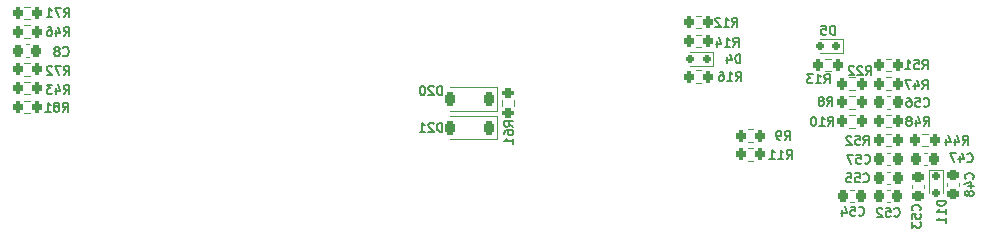
<source format=gbo>
G04 #@! TF.GenerationSoftware,KiCad,Pcbnew,7.0.8*
G04 #@! TF.CreationDate,2023-11-12T21:10:40-08:00*
G04 #@! TF.ProjectId,bms,626d732e-6b69-4636-9164-5f7063625858,V1*
G04 #@! TF.SameCoordinates,Original*
G04 #@! TF.FileFunction,Legend,Bot*
G04 #@! TF.FilePolarity,Positive*
%FSLAX46Y46*%
G04 Gerber Fmt 4.6, Leading zero omitted, Abs format (unit mm)*
G04 Created by KiCad (PCBNEW 7.0.8) date 2023-11-12 21:10:40*
%MOMM*%
%LPD*%
G01*
G04 APERTURE LIST*
G04 Aperture macros list*
%AMRoundRect*
0 Rectangle with rounded corners*
0 $1 Rounding radius*
0 $2 $3 $4 $5 $6 $7 $8 $9 X,Y pos of 4 corners*
0 Add a 4 corners polygon primitive as box body*
4,1,4,$2,$3,$4,$5,$6,$7,$8,$9,$2,$3,0*
0 Add four circle primitives for the rounded corners*
1,1,$1+$1,$2,$3*
1,1,$1+$1,$4,$5*
1,1,$1+$1,$6,$7*
1,1,$1+$1,$8,$9*
0 Add four rect primitives between the rounded corners*
20,1,$1+$1,$2,$3,$4,$5,0*
20,1,$1+$1,$4,$5,$6,$7,0*
20,1,$1+$1,$6,$7,$8,$9,0*
20,1,$1+$1,$8,$9,$2,$3,0*%
G04 Aperture macros list end*
%ADD10C,0.152400*%
%ADD11C,0.120000*%
%ADD12C,0.800000*%
%ADD13C,6.400000*%
%ADD14C,5.200000*%
%ADD15C,0.650000*%
%ADD16RoundRect,0.200000X-0.200000X-0.275000X0.200000X-0.275000X0.200000X0.275000X-0.200000X0.275000X0*%
%ADD17RoundRect,0.200000X0.200000X0.275000X-0.200000X0.275000X-0.200000X-0.275000X0.200000X-0.275000X0*%
%ADD18RoundRect,0.225000X-0.225000X-0.250000X0.225000X-0.250000X0.225000X0.250000X-0.225000X0.250000X0*%
%ADD19RoundRect,0.225000X0.225000X0.250000X-0.225000X0.250000X-0.225000X-0.250000X0.225000X-0.250000X0*%
%ADD20RoundRect,0.225000X0.225000X0.375000X-0.225000X0.375000X-0.225000X-0.375000X0.225000X-0.375000X0*%
%ADD21RoundRect,0.150000X-0.150000X-0.200000X0.150000X-0.200000X0.150000X0.200000X-0.150000X0.200000X0*%
%ADD22RoundRect,0.200000X0.275000X-0.200000X0.275000X0.200000X-0.275000X0.200000X-0.275000X-0.200000X0*%
%ADD23RoundRect,0.225000X0.250000X-0.225000X0.250000X0.225000X-0.250000X0.225000X-0.250000X-0.225000X0*%
%ADD24RoundRect,0.150000X0.200000X-0.150000X0.200000X0.150000X-0.200000X0.150000X-0.200000X-0.150000X0*%
G04 APERTURE END LIST*
D10*
X194989856Y-93244590D02*
X195243856Y-92881733D01*
X195425285Y-93244590D02*
X195425285Y-92482590D01*
X195425285Y-92482590D02*
X195134999Y-92482590D01*
X195134999Y-92482590D02*
X195062428Y-92518876D01*
X195062428Y-92518876D02*
X195026142Y-92555162D01*
X195026142Y-92555162D02*
X194989856Y-92627733D01*
X194989856Y-92627733D02*
X194989856Y-92736590D01*
X194989856Y-92736590D02*
X195026142Y-92809162D01*
X195026142Y-92809162D02*
X195062428Y-92845447D01*
X195062428Y-92845447D02*
X195134999Y-92881733D01*
X195134999Y-92881733D02*
X195425285Y-92881733D01*
X194300428Y-92482590D02*
X194663285Y-92482590D01*
X194663285Y-92482590D02*
X194699571Y-92845447D01*
X194699571Y-92845447D02*
X194663285Y-92809162D01*
X194663285Y-92809162D02*
X194590714Y-92772876D01*
X194590714Y-92772876D02*
X194409285Y-92772876D01*
X194409285Y-92772876D02*
X194336714Y-92809162D01*
X194336714Y-92809162D02*
X194300428Y-92845447D01*
X194300428Y-92845447D02*
X194264142Y-92918019D01*
X194264142Y-92918019D02*
X194264142Y-93099447D01*
X194264142Y-93099447D02*
X194300428Y-93172019D01*
X194300428Y-93172019D02*
X194336714Y-93208305D01*
X194336714Y-93208305D02*
X194409285Y-93244590D01*
X194409285Y-93244590D02*
X194590714Y-93244590D01*
X194590714Y-93244590D02*
X194663285Y-93208305D01*
X194663285Y-93208305D02*
X194699571Y-93172019D01*
X193538428Y-93244590D02*
X193973857Y-93244590D01*
X193756142Y-93244590D02*
X193756142Y-92482590D01*
X193756142Y-92482590D02*
X193828714Y-92591447D01*
X193828714Y-92591447D02*
X193901285Y-92664019D01*
X193901285Y-92664019D02*
X193973857Y-92700305D01*
X186926999Y-96344590D02*
X187180999Y-95981733D01*
X187362428Y-96344590D02*
X187362428Y-95582590D01*
X187362428Y-95582590D02*
X187072142Y-95582590D01*
X187072142Y-95582590D02*
X186999571Y-95618876D01*
X186999571Y-95618876D02*
X186963285Y-95655162D01*
X186963285Y-95655162D02*
X186926999Y-95727733D01*
X186926999Y-95727733D02*
X186926999Y-95836590D01*
X186926999Y-95836590D02*
X186963285Y-95909162D01*
X186963285Y-95909162D02*
X186999571Y-95945447D01*
X186999571Y-95945447D02*
X187072142Y-95981733D01*
X187072142Y-95981733D02*
X187362428Y-95981733D01*
X186491571Y-95909162D02*
X186564142Y-95872876D01*
X186564142Y-95872876D02*
X186600428Y-95836590D01*
X186600428Y-95836590D02*
X186636714Y-95764019D01*
X186636714Y-95764019D02*
X186636714Y-95727733D01*
X186636714Y-95727733D02*
X186600428Y-95655162D01*
X186600428Y-95655162D02*
X186564142Y-95618876D01*
X186564142Y-95618876D02*
X186491571Y-95582590D01*
X186491571Y-95582590D02*
X186346428Y-95582590D01*
X186346428Y-95582590D02*
X186273857Y-95618876D01*
X186273857Y-95618876D02*
X186237571Y-95655162D01*
X186237571Y-95655162D02*
X186201285Y-95727733D01*
X186201285Y-95727733D02*
X186201285Y-95764019D01*
X186201285Y-95764019D02*
X186237571Y-95836590D01*
X186237571Y-95836590D02*
X186273857Y-95872876D01*
X186273857Y-95872876D02*
X186346428Y-95909162D01*
X186346428Y-95909162D02*
X186491571Y-95909162D01*
X186491571Y-95909162D02*
X186564142Y-95945447D01*
X186564142Y-95945447D02*
X186600428Y-95981733D01*
X186600428Y-95981733D02*
X186636714Y-96054305D01*
X186636714Y-96054305D02*
X186636714Y-96199447D01*
X186636714Y-96199447D02*
X186600428Y-96272019D01*
X186600428Y-96272019D02*
X186564142Y-96308305D01*
X186564142Y-96308305D02*
X186491571Y-96344590D01*
X186491571Y-96344590D02*
X186346428Y-96344590D01*
X186346428Y-96344590D02*
X186273857Y-96308305D01*
X186273857Y-96308305D02*
X186237571Y-96272019D01*
X186237571Y-96272019D02*
X186201285Y-96199447D01*
X186201285Y-96199447D02*
X186201285Y-96054305D01*
X186201285Y-96054305D02*
X186237571Y-95981733D01*
X186237571Y-95981733D02*
X186273857Y-95945447D01*
X186273857Y-95945447D02*
X186346428Y-95909162D01*
X195089856Y-98044590D02*
X195343856Y-97681733D01*
X195525285Y-98044590D02*
X195525285Y-97282590D01*
X195525285Y-97282590D02*
X195234999Y-97282590D01*
X195234999Y-97282590D02*
X195162428Y-97318876D01*
X195162428Y-97318876D02*
X195126142Y-97355162D01*
X195126142Y-97355162D02*
X195089856Y-97427733D01*
X195089856Y-97427733D02*
X195089856Y-97536590D01*
X195089856Y-97536590D02*
X195126142Y-97609162D01*
X195126142Y-97609162D02*
X195162428Y-97645447D01*
X195162428Y-97645447D02*
X195234999Y-97681733D01*
X195234999Y-97681733D02*
X195525285Y-97681733D01*
X194436714Y-97536590D02*
X194436714Y-98044590D01*
X194618142Y-97246305D02*
X194799571Y-97790590D01*
X194799571Y-97790590D02*
X194327856Y-97790590D01*
X193928714Y-97609162D02*
X194001285Y-97572876D01*
X194001285Y-97572876D02*
X194037571Y-97536590D01*
X194037571Y-97536590D02*
X194073857Y-97464019D01*
X194073857Y-97464019D02*
X194073857Y-97427733D01*
X194073857Y-97427733D02*
X194037571Y-97355162D01*
X194037571Y-97355162D02*
X194001285Y-97318876D01*
X194001285Y-97318876D02*
X193928714Y-97282590D01*
X193928714Y-97282590D02*
X193783571Y-97282590D01*
X193783571Y-97282590D02*
X193711000Y-97318876D01*
X193711000Y-97318876D02*
X193674714Y-97355162D01*
X193674714Y-97355162D02*
X193638428Y-97427733D01*
X193638428Y-97427733D02*
X193638428Y-97464019D01*
X193638428Y-97464019D02*
X193674714Y-97536590D01*
X193674714Y-97536590D02*
X193711000Y-97572876D01*
X193711000Y-97572876D02*
X193783571Y-97609162D01*
X193783571Y-97609162D02*
X193928714Y-97609162D01*
X193928714Y-97609162D02*
X194001285Y-97645447D01*
X194001285Y-97645447D02*
X194037571Y-97681733D01*
X194037571Y-97681733D02*
X194073857Y-97754305D01*
X194073857Y-97754305D02*
X194073857Y-97899447D01*
X194073857Y-97899447D02*
X194037571Y-97972019D01*
X194037571Y-97972019D02*
X194001285Y-98008305D01*
X194001285Y-98008305D02*
X193928714Y-98044590D01*
X193928714Y-98044590D02*
X193783571Y-98044590D01*
X193783571Y-98044590D02*
X193711000Y-98008305D01*
X193711000Y-98008305D02*
X193674714Y-97972019D01*
X193674714Y-97972019D02*
X193638428Y-97899447D01*
X193638428Y-97899447D02*
X193638428Y-97754305D01*
X193638428Y-97754305D02*
X193674714Y-97681733D01*
X193674714Y-97681733D02*
X193711000Y-97645447D01*
X193711000Y-97645447D02*
X193783571Y-97609162D01*
X186689856Y-94444590D02*
X186943856Y-94081733D01*
X187125285Y-94444590D02*
X187125285Y-93682590D01*
X187125285Y-93682590D02*
X186834999Y-93682590D01*
X186834999Y-93682590D02*
X186762428Y-93718876D01*
X186762428Y-93718876D02*
X186726142Y-93755162D01*
X186726142Y-93755162D02*
X186689856Y-93827733D01*
X186689856Y-93827733D02*
X186689856Y-93936590D01*
X186689856Y-93936590D02*
X186726142Y-94009162D01*
X186726142Y-94009162D02*
X186762428Y-94045447D01*
X186762428Y-94045447D02*
X186834999Y-94081733D01*
X186834999Y-94081733D02*
X187125285Y-94081733D01*
X185964142Y-94444590D02*
X186399571Y-94444590D01*
X186181856Y-94444590D02*
X186181856Y-93682590D01*
X186181856Y-93682590D02*
X186254428Y-93791447D01*
X186254428Y-93791447D02*
X186326999Y-93864019D01*
X186326999Y-93864019D02*
X186399571Y-93900305D01*
X185710142Y-93682590D02*
X185238428Y-93682590D01*
X185238428Y-93682590D02*
X185492428Y-93972876D01*
X185492428Y-93972876D02*
X185383571Y-93972876D01*
X185383571Y-93972876D02*
X185311000Y-94009162D01*
X185311000Y-94009162D02*
X185274714Y-94045447D01*
X185274714Y-94045447D02*
X185238428Y-94118019D01*
X185238428Y-94118019D02*
X185238428Y-94299447D01*
X185238428Y-94299447D02*
X185274714Y-94372019D01*
X185274714Y-94372019D02*
X185311000Y-94408305D01*
X185311000Y-94408305D02*
X185383571Y-94444590D01*
X185383571Y-94444590D02*
X185601285Y-94444590D01*
X185601285Y-94444590D02*
X185673857Y-94408305D01*
X185673857Y-94408305D02*
X185710142Y-94372019D01*
X195089856Y-96372019D02*
X195126142Y-96408305D01*
X195126142Y-96408305D02*
X195234999Y-96444590D01*
X195234999Y-96444590D02*
X195307571Y-96444590D01*
X195307571Y-96444590D02*
X195416428Y-96408305D01*
X195416428Y-96408305D02*
X195488999Y-96335733D01*
X195488999Y-96335733D02*
X195525285Y-96263162D01*
X195525285Y-96263162D02*
X195561571Y-96118019D01*
X195561571Y-96118019D02*
X195561571Y-96009162D01*
X195561571Y-96009162D02*
X195525285Y-95864019D01*
X195525285Y-95864019D02*
X195488999Y-95791447D01*
X195488999Y-95791447D02*
X195416428Y-95718876D01*
X195416428Y-95718876D02*
X195307571Y-95682590D01*
X195307571Y-95682590D02*
X195234999Y-95682590D01*
X195234999Y-95682590D02*
X195126142Y-95718876D01*
X195126142Y-95718876D02*
X195089856Y-95755162D01*
X194400428Y-95682590D02*
X194763285Y-95682590D01*
X194763285Y-95682590D02*
X194799571Y-96045447D01*
X194799571Y-96045447D02*
X194763285Y-96009162D01*
X194763285Y-96009162D02*
X194690714Y-95972876D01*
X194690714Y-95972876D02*
X194509285Y-95972876D01*
X194509285Y-95972876D02*
X194436714Y-96009162D01*
X194436714Y-96009162D02*
X194400428Y-96045447D01*
X194400428Y-96045447D02*
X194364142Y-96118019D01*
X194364142Y-96118019D02*
X194364142Y-96299447D01*
X194364142Y-96299447D02*
X194400428Y-96372019D01*
X194400428Y-96372019D02*
X194436714Y-96408305D01*
X194436714Y-96408305D02*
X194509285Y-96444590D01*
X194509285Y-96444590D02*
X194690714Y-96444590D01*
X194690714Y-96444590D02*
X194763285Y-96408305D01*
X194763285Y-96408305D02*
X194799571Y-96372019D01*
X193711000Y-95682590D02*
X193856142Y-95682590D01*
X193856142Y-95682590D02*
X193928714Y-95718876D01*
X193928714Y-95718876D02*
X193965000Y-95755162D01*
X193965000Y-95755162D02*
X194037571Y-95864019D01*
X194037571Y-95864019D02*
X194073857Y-96009162D01*
X194073857Y-96009162D02*
X194073857Y-96299447D01*
X194073857Y-96299447D02*
X194037571Y-96372019D01*
X194037571Y-96372019D02*
X194001285Y-96408305D01*
X194001285Y-96408305D02*
X193928714Y-96444590D01*
X193928714Y-96444590D02*
X193783571Y-96444590D01*
X193783571Y-96444590D02*
X193711000Y-96408305D01*
X193711000Y-96408305D02*
X193674714Y-96372019D01*
X193674714Y-96372019D02*
X193638428Y-96299447D01*
X193638428Y-96299447D02*
X193638428Y-96118019D01*
X193638428Y-96118019D02*
X193674714Y-96045447D01*
X193674714Y-96045447D02*
X193711000Y-96009162D01*
X193711000Y-96009162D02*
X193783571Y-95972876D01*
X193783571Y-95972876D02*
X193928714Y-95972876D01*
X193928714Y-95972876D02*
X194001285Y-96009162D01*
X194001285Y-96009162D02*
X194037571Y-96045447D01*
X194037571Y-96045447D02*
X194073857Y-96118019D01*
X183326999Y-99244590D02*
X183580999Y-98881733D01*
X183762428Y-99244590D02*
X183762428Y-98482590D01*
X183762428Y-98482590D02*
X183472142Y-98482590D01*
X183472142Y-98482590D02*
X183399571Y-98518876D01*
X183399571Y-98518876D02*
X183363285Y-98555162D01*
X183363285Y-98555162D02*
X183326999Y-98627733D01*
X183326999Y-98627733D02*
X183326999Y-98736590D01*
X183326999Y-98736590D02*
X183363285Y-98809162D01*
X183363285Y-98809162D02*
X183399571Y-98845447D01*
X183399571Y-98845447D02*
X183472142Y-98881733D01*
X183472142Y-98881733D02*
X183762428Y-98881733D01*
X182964142Y-99244590D02*
X182818999Y-99244590D01*
X182818999Y-99244590D02*
X182746428Y-99208305D01*
X182746428Y-99208305D02*
X182710142Y-99172019D01*
X182710142Y-99172019D02*
X182637571Y-99063162D01*
X182637571Y-99063162D02*
X182601285Y-98918019D01*
X182601285Y-98918019D02*
X182601285Y-98627733D01*
X182601285Y-98627733D02*
X182637571Y-98555162D01*
X182637571Y-98555162D02*
X182673857Y-98518876D01*
X182673857Y-98518876D02*
X182746428Y-98482590D01*
X182746428Y-98482590D02*
X182891571Y-98482590D01*
X182891571Y-98482590D02*
X182964142Y-98518876D01*
X182964142Y-98518876D02*
X183000428Y-98555162D01*
X183000428Y-98555162D02*
X183036714Y-98627733D01*
X183036714Y-98627733D02*
X183036714Y-98809162D01*
X183036714Y-98809162D02*
X183000428Y-98881733D01*
X183000428Y-98881733D02*
X182964142Y-98918019D01*
X182964142Y-98918019D02*
X182891571Y-98954305D01*
X182891571Y-98954305D02*
X182746428Y-98954305D01*
X182746428Y-98954305D02*
X182673857Y-98918019D01*
X182673857Y-98918019D02*
X182637571Y-98881733D01*
X182637571Y-98881733D02*
X182601285Y-98809162D01*
X189589856Y-105572019D02*
X189626142Y-105608305D01*
X189626142Y-105608305D02*
X189734999Y-105644590D01*
X189734999Y-105644590D02*
X189807571Y-105644590D01*
X189807571Y-105644590D02*
X189916428Y-105608305D01*
X189916428Y-105608305D02*
X189988999Y-105535733D01*
X189988999Y-105535733D02*
X190025285Y-105463162D01*
X190025285Y-105463162D02*
X190061571Y-105318019D01*
X190061571Y-105318019D02*
X190061571Y-105209162D01*
X190061571Y-105209162D02*
X190025285Y-105064019D01*
X190025285Y-105064019D02*
X189988999Y-104991447D01*
X189988999Y-104991447D02*
X189916428Y-104918876D01*
X189916428Y-104918876D02*
X189807571Y-104882590D01*
X189807571Y-104882590D02*
X189734999Y-104882590D01*
X189734999Y-104882590D02*
X189626142Y-104918876D01*
X189626142Y-104918876D02*
X189589856Y-104955162D01*
X188900428Y-104882590D02*
X189263285Y-104882590D01*
X189263285Y-104882590D02*
X189299571Y-105245447D01*
X189299571Y-105245447D02*
X189263285Y-105209162D01*
X189263285Y-105209162D02*
X189190714Y-105172876D01*
X189190714Y-105172876D02*
X189009285Y-105172876D01*
X189009285Y-105172876D02*
X188936714Y-105209162D01*
X188936714Y-105209162D02*
X188900428Y-105245447D01*
X188900428Y-105245447D02*
X188864142Y-105318019D01*
X188864142Y-105318019D02*
X188864142Y-105499447D01*
X188864142Y-105499447D02*
X188900428Y-105572019D01*
X188900428Y-105572019D02*
X188936714Y-105608305D01*
X188936714Y-105608305D02*
X189009285Y-105644590D01*
X189009285Y-105644590D02*
X189190714Y-105644590D01*
X189190714Y-105644590D02*
X189263285Y-105608305D01*
X189263285Y-105608305D02*
X189299571Y-105572019D01*
X188211000Y-105136590D02*
X188211000Y-105644590D01*
X188392428Y-104846305D02*
X188573857Y-105390590D01*
X188573857Y-105390590D02*
X188102142Y-105390590D01*
X198389856Y-99644590D02*
X198643856Y-99281733D01*
X198825285Y-99644590D02*
X198825285Y-98882590D01*
X198825285Y-98882590D02*
X198534999Y-98882590D01*
X198534999Y-98882590D02*
X198462428Y-98918876D01*
X198462428Y-98918876D02*
X198426142Y-98955162D01*
X198426142Y-98955162D02*
X198389856Y-99027733D01*
X198389856Y-99027733D02*
X198389856Y-99136590D01*
X198389856Y-99136590D02*
X198426142Y-99209162D01*
X198426142Y-99209162D02*
X198462428Y-99245447D01*
X198462428Y-99245447D02*
X198534999Y-99281733D01*
X198534999Y-99281733D02*
X198825285Y-99281733D01*
X197736714Y-99136590D02*
X197736714Y-99644590D01*
X197918142Y-98846305D02*
X198099571Y-99390590D01*
X198099571Y-99390590D02*
X197627856Y-99390590D01*
X197011000Y-99136590D02*
X197011000Y-99644590D01*
X197192428Y-98846305D02*
X197373857Y-99390590D01*
X197373857Y-99390590D02*
X196902142Y-99390590D01*
X154325285Y-98544590D02*
X154325285Y-97782590D01*
X154325285Y-97782590D02*
X154143856Y-97782590D01*
X154143856Y-97782590D02*
X154034999Y-97818876D01*
X154034999Y-97818876D02*
X153962428Y-97891447D01*
X153962428Y-97891447D02*
X153926142Y-97964019D01*
X153926142Y-97964019D02*
X153889856Y-98109162D01*
X153889856Y-98109162D02*
X153889856Y-98218019D01*
X153889856Y-98218019D02*
X153926142Y-98363162D01*
X153926142Y-98363162D02*
X153962428Y-98435733D01*
X153962428Y-98435733D02*
X154034999Y-98508305D01*
X154034999Y-98508305D02*
X154143856Y-98544590D01*
X154143856Y-98544590D02*
X154325285Y-98544590D01*
X153599571Y-97855162D02*
X153563285Y-97818876D01*
X153563285Y-97818876D02*
X153490714Y-97782590D01*
X153490714Y-97782590D02*
X153309285Y-97782590D01*
X153309285Y-97782590D02*
X153236714Y-97818876D01*
X153236714Y-97818876D02*
X153200428Y-97855162D01*
X153200428Y-97855162D02*
X153164142Y-97927733D01*
X153164142Y-97927733D02*
X153164142Y-98000305D01*
X153164142Y-98000305D02*
X153200428Y-98109162D01*
X153200428Y-98109162D02*
X153635856Y-98544590D01*
X153635856Y-98544590D02*
X153164142Y-98544590D01*
X152438428Y-98544590D02*
X152873857Y-98544590D01*
X152656142Y-98544590D02*
X152656142Y-97782590D01*
X152656142Y-97782590D02*
X152728714Y-97891447D01*
X152728714Y-97891447D02*
X152801285Y-97964019D01*
X152801285Y-97964019D02*
X152873857Y-98000305D01*
X190189856Y-93744590D02*
X190443856Y-93381733D01*
X190625285Y-93744590D02*
X190625285Y-92982590D01*
X190625285Y-92982590D02*
X190334999Y-92982590D01*
X190334999Y-92982590D02*
X190262428Y-93018876D01*
X190262428Y-93018876D02*
X190226142Y-93055162D01*
X190226142Y-93055162D02*
X190189856Y-93127733D01*
X190189856Y-93127733D02*
X190189856Y-93236590D01*
X190189856Y-93236590D02*
X190226142Y-93309162D01*
X190226142Y-93309162D02*
X190262428Y-93345447D01*
X190262428Y-93345447D02*
X190334999Y-93381733D01*
X190334999Y-93381733D02*
X190625285Y-93381733D01*
X189899571Y-93055162D02*
X189863285Y-93018876D01*
X189863285Y-93018876D02*
X189790714Y-92982590D01*
X189790714Y-92982590D02*
X189609285Y-92982590D01*
X189609285Y-92982590D02*
X189536714Y-93018876D01*
X189536714Y-93018876D02*
X189500428Y-93055162D01*
X189500428Y-93055162D02*
X189464142Y-93127733D01*
X189464142Y-93127733D02*
X189464142Y-93200305D01*
X189464142Y-93200305D02*
X189500428Y-93309162D01*
X189500428Y-93309162D02*
X189935856Y-93744590D01*
X189935856Y-93744590D02*
X189464142Y-93744590D01*
X189173857Y-93055162D02*
X189137571Y-93018876D01*
X189137571Y-93018876D02*
X189065000Y-92982590D01*
X189065000Y-92982590D02*
X188883571Y-92982590D01*
X188883571Y-92982590D02*
X188811000Y-93018876D01*
X188811000Y-93018876D02*
X188774714Y-93055162D01*
X188774714Y-93055162D02*
X188738428Y-93127733D01*
X188738428Y-93127733D02*
X188738428Y-93200305D01*
X188738428Y-93200305D02*
X188774714Y-93309162D01*
X188774714Y-93309162D02*
X189210142Y-93744590D01*
X189210142Y-93744590D02*
X188738428Y-93744590D01*
X192589856Y-105672019D02*
X192626142Y-105708305D01*
X192626142Y-105708305D02*
X192734999Y-105744590D01*
X192734999Y-105744590D02*
X192807571Y-105744590D01*
X192807571Y-105744590D02*
X192916428Y-105708305D01*
X192916428Y-105708305D02*
X192988999Y-105635733D01*
X192988999Y-105635733D02*
X193025285Y-105563162D01*
X193025285Y-105563162D02*
X193061571Y-105418019D01*
X193061571Y-105418019D02*
X193061571Y-105309162D01*
X193061571Y-105309162D02*
X193025285Y-105164019D01*
X193025285Y-105164019D02*
X192988999Y-105091447D01*
X192988999Y-105091447D02*
X192916428Y-105018876D01*
X192916428Y-105018876D02*
X192807571Y-104982590D01*
X192807571Y-104982590D02*
X192734999Y-104982590D01*
X192734999Y-104982590D02*
X192626142Y-105018876D01*
X192626142Y-105018876D02*
X192589856Y-105055162D01*
X191900428Y-104982590D02*
X192263285Y-104982590D01*
X192263285Y-104982590D02*
X192299571Y-105345447D01*
X192299571Y-105345447D02*
X192263285Y-105309162D01*
X192263285Y-105309162D02*
X192190714Y-105272876D01*
X192190714Y-105272876D02*
X192009285Y-105272876D01*
X192009285Y-105272876D02*
X191936714Y-105309162D01*
X191936714Y-105309162D02*
X191900428Y-105345447D01*
X191900428Y-105345447D02*
X191864142Y-105418019D01*
X191864142Y-105418019D02*
X191864142Y-105599447D01*
X191864142Y-105599447D02*
X191900428Y-105672019D01*
X191900428Y-105672019D02*
X191936714Y-105708305D01*
X191936714Y-105708305D02*
X192009285Y-105744590D01*
X192009285Y-105744590D02*
X192190714Y-105744590D01*
X192190714Y-105744590D02*
X192263285Y-105708305D01*
X192263285Y-105708305D02*
X192299571Y-105672019D01*
X191573857Y-105055162D02*
X191537571Y-105018876D01*
X191537571Y-105018876D02*
X191465000Y-104982590D01*
X191465000Y-104982590D02*
X191283571Y-104982590D01*
X191283571Y-104982590D02*
X191211000Y-105018876D01*
X191211000Y-105018876D02*
X191174714Y-105055162D01*
X191174714Y-105055162D02*
X191138428Y-105127733D01*
X191138428Y-105127733D02*
X191138428Y-105200305D01*
X191138428Y-105200305D02*
X191174714Y-105309162D01*
X191174714Y-105309162D02*
X191610142Y-105744590D01*
X191610142Y-105744590D02*
X191138428Y-105744590D01*
X187562428Y-90319464D02*
X187562428Y-89557464D01*
X187562428Y-89557464D02*
X187380999Y-89557464D01*
X187380999Y-89557464D02*
X187272142Y-89593750D01*
X187272142Y-89593750D02*
X187199571Y-89666321D01*
X187199571Y-89666321D02*
X187163285Y-89738893D01*
X187163285Y-89738893D02*
X187126999Y-89884036D01*
X187126999Y-89884036D02*
X187126999Y-89992893D01*
X187126999Y-89992893D02*
X187163285Y-90138036D01*
X187163285Y-90138036D02*
X187199571Y-90210607D01*
X187199571Y-90210607D02*
X187272142Y-90283179D01*
X187272142Y-90283179D02*
X187380999Y-90319464D01*
X187380999Y-90319464D02*
X187562428Y-90319464D01*
X186437571Y-89557464D02*
X186800428Y-89557464D01*
X186800428Y-89557464D02*
X186836714Y-89920321D01*
X186836714Y-89920321D02*
X186800428Y-89884036D01*
X186800428Y-89884036D02*
X186727857Y-89847750D01*
X186727857Y-89847750D02*
X186546428Y-89847750D01*
X186546428Y-89847750D02*
X186473857Y-89884036D01*
X186473857Y-89884036D02*
X186437571Y-89920321D01*
X186437571Y-89920321D02*
X186401285Y-89992893D01*
X186401285Y-89992893D02*
X186401285Y-90174321D01*
X186401285Y-90174321D02*
X186437571Y-90246893D01*
X186437571Y-90246893D02*
X186473857Y-90283179D01*
X186473857Y-90283179D02*
X186546428Y-90319464D01*
X186546428Y-90319464D02*
X186727857Y-90319464D01*
X186727857Y-90319464D02*
X186800428Y-90283179D01*
X186800428Y-90283179D02*
X186836714Y-90246893D01*
X189989856Y-99644590D02*
X190243856Y-99281733D01*
X190425285Y-99644590D02*
X190425285Y-98882590D01*
X190425285Y-98882590D02*
X190134999Y-98882590D01*
X190134999Y-98882590D02*
X190062428Y-98918876D01*
X190062428Y-98918876D02*
X190026142Y-98955162D01*
X190026142Y-98955162D02*
X189989856Y-99027733D01*
X189989856Y-99027733D02*
X189989856Y-99136590D01*
X189989856Y-99136590D02*
X190026142Y-99209162D01*
X190026142Y-99209162D02*
X190062428Y-99245447D01*
X190062428Y-99245447D02*
X190134999Y-99281733D01*
X190134999Y-99281733D02*
X190425285Y-99281733D01*
X189300428Y-98882590D02*
X189663285Y-98882590D01*
X189663285Y-98882590D02*
X189699571Y-99245447D01*
X189699571Y-99245447D02*
X189663285Y-99209162D01*
X189663285Y-99209162D02*
X189590714Y-99172876D01*
X189590714Y-99172876D02*
X189409285Y-99172876D01*
X189409285Y-99172876D02*
X189336714Y-99209162D01*
X189336714Y-99209162D02*
X189300428Y-99245447D01*
X189300428Y-99245447D02*
X189264142Y-99318019D01*
X189264142Y-99318019D02*
X189264142Y-99499447D01*
X189264142Y-99499447D02*
X189300428Y-99572019D01*
X189300428Y-99572019D02*
X189336714Y-99608305D01*
X189336714Y-99608305D02*
X189409285Y-99644590D01*
X189409285Y-99644590D02*
X189590714Y-99644590D01*
X189590714Y-99644590D02*
X189663285Y-99608305D01*
X189663285Y-99608305D02*
X189699571Y-99572019D01*
X188973857Y-98955162D02*
X188937571Y-98918876D01*
X188937571Y-98918876D02*
X188865000Y-98882590D01*
X188865000Y-98882590D02*
X188683571Y-98882590D01*
X188683571Y-98882590D02*
X188611000Y-98918876D01*
X188611000Y-98918876D02*
X188574714Y-98955162D01*
X188574714Y-98955162D02*
X188538428Y-99027733D01*
X188538428Y-99027733D02*
X188538428Y-99100305D01*
X188538428Y-99100305D02*
X188574714Y-99209162D01*
X188574714Y-99209162D02*
X189010142Y-99644590D01*
X189010142Y-99644590D02*
X188538428Y-99644590D01*
X122189856Y-96844590D02*
X122443856Y-96481733D01*
X122625285Y-96844590D02*
X122625285Y-96082590D01*
X122625285Y-96082590D02*
X122334999Y-96082590D01*
X122334999Y-96082590D02*
X122262428Y-96118876D01*
X122262428Y-96118876D02*
X122226142Y-96155162D01*
X122226142Y-96155162D02*
X122189856Y-96227733D01*
X122189856Y-96227733D02*
X122189856Y-96336590D01*
X122189856Y-96336590D02*
X122226142Y-96409162D01*
X122226142Y-96409162D02*
X122262428Y-96445447D01*
X122262428Y-96445447D02*
X122334999Y-96481733D01*
X122334999Y-96481733D02*
X122625285Y-96481733D01*
X121754428Y-96409162D02*
X121826999Y-96372876D01*
X121826999Y-96372876D02*
X121863285Y-96336590D01*
X121863285Y-96336590D02*
X121899571Y-96264019D01*
X121899571Y-96264019D02*
X121899571Y-96227733D01*
X121899571Y-96227733D02*
X121863285Y-96155162D01*
X121863285Y-96155162D02*
X121826999Y-96118876D01*
X121826999Y-96118876D02*
X121754428Y-96082590D01*
X121754428Y-96082590D02*
X121609285Y-96082590D01*
X121609285Y-96082590D02*
X121536714Y-96118876D01*
X121536714Y-96118876D02*
X121500428Y-96155162D01*
X121500428Y-96155162D02*
X121464142Y-96227733D01*
X121464142Y-96227733D02*
X121464142Y-96264019D01*
X121464142Y-96264019D02*
X121500428Y-96336590D01*
X121500428Y-96336590D02*
X121536714Y-96372876D01*
X121536714Y-96372876D02*
X121609285Y-96409162D01*
X121609285Y-96409162D02*
X121754428Y-96409162D01*
X121754428Y-96409162D02*
X121826999Y-96445447D01*
X121826999Y-96445447D02*
X121863285Y-96481733D01*
X121863285Y-96481733D02*
X121899571Y-96554305D01*
X121899571Y-96554305D02*
X121899571Y-96699447D01*
X121899571Y-96699447D02*
X121863285Y-96772019D01*
X121863285Y-96772019D02*
X121826999Y-96808305D01*
X121826999Y-96808305D02*
X121754428Y-96844590D01*
X121754428Y-96844590D02*
X121609285Y-96844590D01*
X121609285Y-96844590D02*
X121536714Y-96808305D01*
X121536714Y-96808305D02*
X121500428Y-96772019D01*
X121500428Y-96772019D02*
X121464142Y-96699447D01*
X121464142Y-96699447D02*
X121464142Y-96554305D01*
X121464142Y-96554305D02*
X121500428Y-96481733D01*
X121500428Y-96481733D02*
X121536714Y-96445447D01*
X121536714Y-96445447D02*
X121609285Y-96409162D01*
X120738428Y-96844590D02*
X121173857Y-96844590D01*
X120956142Y-96844590D02*
X120956142Y-96082590D01*
X120956142Y-96082590D02*
X121028714Y-96191447D01*
X121028714Y-96191447D02*
X121101285Y-96264019D01*
X121101285Y-96264019D02*
X121173857Y-96300305D01*
X122289856Y-90444590D02*
X122543856Y-90081733D01*
X122725285Y-90444590D02*
X122725285Y-89682590D01*
X122725285Y-89682590D02*
X122434999Y-89682590D01*
X122434999Y-89682590D02*
X122362428Y-89718876D01*
X122362428Y-89718876D02*
X122326142Y-89755162D01*
X122326142Y-89755162D02*
X122289856Y-89827733D01*
X122289856Y-89827733D02*
X122289856Y-89936590D01*
X122289856Y-89936590D02*
X122326142Y-90009162D01*
X122326142Y-90009162D02*
X122362428Y-90045447D01*
X122362428Y-90045447D02*
X122434999Y-90081733D01*
X122434999Y-90081733D02*
X122725285Y-90081733D01*
X121636714Y-89936590D02*
X121636714Y-90444590D01*
X121818142Y-89646305D02*
X121999571Y-90190590D01*
X121999571Y-90190590D02*
X121527856Y-90190590D01*
X120911000Y-89682590D02*
X121056142Y-89682590D01*
X121056142Y-89682590D02*
X121128714Y-89718876D01*
X121128714Y-89718876D02*
X121165000Y-89755162D01*
X121165000Y-89755162D02*
X121237571Y-89864019D01*
X121237571Y-89864019D02*
X121273857Y-90009162D01*
X121273857Y-90009162D02*
X121273857Y-90299447D01*
X121273857Y-90299447D02*
X121237571Y-90372019D01*
X121237571Y-90372019D02*
X121201285Y-90408305D01*
X121201285Y-90408305D02*
X121128714Y-90444590D01*
X121128714Y-90444590D02*
X120983571Y-90444590D01*
X120983571Y-90444590D02*
X120911000Y-90408305D01*
X120911000Y-90408305D02*
X120874714Y-90372019D01*
X120874714Y-90372019D02*
X120838428Y-90299447D01*
X120838428Y-90299447D02*
X120838428Y-90118019D01*
X120838428Y-90118019D02*
X120874714Y-90045447D01*
X120874714Y-90045447D02*
X120911000Y-90009162D01*
X120911000Y-90009162D02*
X120983571Y-89972876D01*
X120983571Y-89972876D02*
X121128714Y-89972876D01*
X121128714Y-89972876D02*
X121201285Y-90009162D01*
X121201285Y-90009162D02*
X121237571Y-90045447D01*
X121237571Y-90045447D02*
X121273857Y-90118019D01*
X154325285Y-95444590D02*
X154325285Y-94682590D01*
X154325285Y-94682590D02*
X154143856Y-94682590D01*
X154143856Y-94682590D02*
X154034999Y-94718876D01*
X154034999Y-94718876D02*
X153962428Y-94791447D01*
X153962428Y-94791447D02*
X153926142Y-94864019D01*
X153926142Y-94864019D02*
X153889856Y-95009162D01*
X153889856Y-95009162D02*
X153889856Y-95118019D01*
X153889856Y-95118019D02*
X153926142Y-95263162D01*
X153926142Y-95263162D02*
X153962428Y-95335733D01*
X153962428Y-95335733D02*
X154034999Y-95408305D01*
X154034999Y-95408305D02*
X154143856Y-95444590D01*
X154143856Y-95444590D02*
X154325285Y-95444590D01*
X153599571Y-94755162D02*
X153563285Y-94718876D01*
X153563285Y-94718876D02*
X153490714Y-94682590D01*
X153490714Y-94682590D02*
X153309285Y-94682590D01*
X153309285Y-94682590D02*
X153236714Y-94718876D01*
X153236714Y-94718876D02*
X153200428Y-94755162D01*
X153200428Y-94755162D02*
X153164142Y-94827733D01*
X153164142Y-94827733D02*
X153164142Y-94900305D01*
X153164142Y-94900305D02*
X153200428Y-95009162D01*
X153200428Y-95009162D02*
X153635856Y-95444590D01*
X153635856Y-95444590D02*
X153164142Y-95444590D01*
X152692428Y-94682590D02*
X152619857Y-94682590D01*
X152619857Y-94682590D02*
X152547285Y-94718876D01*
X152547285Y-94718876D02*
X152511000Y-94755162D01*
X152511000Y-94755162D02*
X152474714Y-94827733D01*
X152474714Y-94827733D02*
X152438428Y-94972876D01*
X152438428Y-94972876D02*
X152438428Y-95154305D01*
X152438428Y-95154305D02*
X152474714Y-95299447D01*
X152474714Y-95299447D02*
X152511000Y-95372019D01*
X152511000Y-95372019D02*
X152547285Y-95408305D01*
X152547285Y-95408305D02*
X152619857Y-95444590D01*
X152619857Y-95444590D02*
X152692428Y-95444590D01*
X152692428Y-95444590D02*
X152765000Y-95408305D01*
X152765000Y-95408305D02*
X152801285Y-95372019D01*
X152801285Y-95372019D02*
X152837571Y-95299447D01*
X152837571Y-95299447D02*
X152873857Y-95154305D01*
X152873857Y-95154305D02*
X152873857Y-94972876D01*
X152873857Y-94972876D02*
X152837571Y-94827733D01*
X152837571Y-94827733D02*
X152801285Y-94755162D01*
X152801285Y-94755162D02*
X152765000Y-94718876D01*
X152765000Y-94718876D02*
X152692428Y-94682590D01*
X160344590Y-98110143D02*
X159981733Y-97856143D01*
X160344590Y-97674714D02*
X159582590Y-97674714D01*
X159582590Y-97674714D02*
X159582590Y-97965000D01*
X159582590Y-97965000D02*
X159618876Y-98037571D01*
X159618876Y-98037571D02*
X159655162Y-98073857D01*
X159655162Y-98073857D02*
X159727733Y-98110143D01*
X159727733Y-98110143D02*
X159836590Y-98110143D01*
X159836590Y-98110143D02*
X159909162Y-98073857D01*
X159909162Y-98073857D02*
X159945447Y-98037571D01*
X159945447Y-98037571D02*
X159981733Y-97965000D01*
X159981733Y-97965000D02*
X159981733Y-97674714D01*
X159582590Y-98763286D02*
X159582590Y-98618143D01*
X159582590Y-98618143D02*
X159618876Y-98545571D01*
X159618876Y-98545571D02*
X159655162Y-98509286D01*
X159655162Y-98509286D02*
X159764019Y-98436714D01*
X159764019Y-98436714D02*
X159909162Y-98400428D01*
X159909162Y-98400428D02*
X160199447Y-98400428D01*
X160199447Y-98400428D02*
X160272019Y-98436714D01*
X160272019Y-98436714D02*
X160308305Y-98473000D01*
X160308305Y-98473000D02*
X160344590Y-98545571D01*
X160344590Y-98545571D02*
X160344590Y-98690714D01*
X160344590Y-98690714D02*
X160308305Y-98763286D01*
X160308305Y-98763286D02*
X160272019Y-98799571D01*
X160272019Y-98799571D02*
X160199447Y-98835857D01*
X160199447Y-98835857D02*
X160018019Y-98835857D01*
X160018019Y-98835857D02*
X159945447Y-98799571D01*
X159945447Y-98799571D02*
X159909162Y-98763286D01*
X159909162Y-98763286D02*
X159872876Y-98690714D01*
X159872876Y-98690714D02*
X159872876Y-98545571D01*
X159872876Y-98545571D02*
X159909162Y-98473000D01*
X159909162Y-98473000D02*
X159945447Y-98436714D01*
X159945447Y-98436714D02*
X160018019Y-98400428D01*
X160344590Y-99561571D02*
X160344590Y-99126142D01*
X160344590Y-99343857D02*
X159582590Y-99343857D01*
X159582590Y-99343857D02*
X159691447Y-99271285D01*
X159691447Y-99271285D02*
X159764019Y-99198714D01*
X159764019Y-99198714D02*
X159800305Y-99126142D01*
X179562428Y-92744590D02*
X179562428Y-91982590D01*
X179562428Y-91982590D02*
X179380999Y-91982590D01*
X179380999Y-91982590D02*
X179272142Y-92018876D01*
X179272142Y-92018876D02*
X179199571Y-92091447D01*
X179199571Y-92091447D02*
X179163285Y-92164019D01*
X179163285Y-92164019D02*
X179126999Y-92309162D01*
X179126999Y-92309162D02*
X179126999Y-92418019D01*
X179126999Y-92418019D02*
X179163285Y-92563162D01*
X179163285Y-92563162D02*
X179199571Y-92635733D01*
X179199571Y-92635733D02*
X179272142Y-92708305D01*
X179272142Y-92708305D02*
X179380999Y-92744590D01*
X179380999Y-92744590D02*
X179562428Y-92744590D01*
X178473857Y-92236590D02*
X178473857Y-92744590D01*
X178655285Y-91946305D02*
X178836714Y-92490590D01*
X178836714Y-92490590D02*
X178364999Y-92490590D01*
X199272019Y-102533480D02*
X199308305Y-102497194D01*
X199308305Y-102497194D02*
X199344590Y-102388337D01*
X199344590Y-102388337D02*
X199344590Y-102315765D01*
X199344590Y-102315765D02*
X199308305Y-102206908D01*
X199308305Y-102206908D02*
X199235733Y-102134337D01*
X199235733Y-102134337D02*
X199163162Y-102098051D01*
X199163162Y-102098051D02*
X199018019Y-102061765D01*
X199018019Y-102061765D02*
X198909162Y-102061765D01*
X198909162Y-102061765D02*
X198764019Y-102098051D01*
X198764019Y-102098051D02*
X198691447Y-102134337D01*
X198691447Y-102134337D02*
X198618876Y-102206908D01*
X198618876Y-102206908D02*
X198582590Y-102315765D01*
X198582590Y-102315765D02*
X198582590Y-102388337D01*
X198582590Y-102388337D02*
X198618876Y-102497194D01*
X198618876Y-102497194D02*
X198655162Y-102533480D01*
X198836590Y-103186623D02*
X199344590Y-103186623D01*
X198546305Y-103005194D02*
X199090590Y-102823765D01*
X199090590Y-102823765D02*
X199090590Y-103295480D01*
X198909162Y-103694622D02*
X198872876Y-103622051D01*
X198872876Y-103622051D02*
X198836590Y-103585765D01*
X198836590Y-103585765D02*
X198764019Y-103549479D01*
X198764019Y-103549479D02*
X198727733Y-103549479D01*
X198727733Y-103549479D02*
X198655162Y-103585765D01*
X198655162Y-103585765D02*
X198618876Y-103622051D01*
X198618876Y-103622051D02*
X198582590Y-103694622D01*
X198582590Y-103694622D02*
X198582590Y-103839765D01*
X198582590Y-103839765D02*
X198618876Y-103912337D01*
X198618876Y-103912337D02*
X198655162Y-103948622D01*
X198655162Y-103948622D02*
X198727733Y-103984908D01*
X198727733Y-103984908D02*
X198764019Y-103984908D01*
X198764019Y-103984908D02*
X198836590Y-103948622D01*
X198836590Y-103948622D02*
X198872876Y-103912337D01*
X198872876Y-103912337D02*
X198909162Y-103839765D01*
X198909162Y-103839765D02*
X198909162Y-103694622D01*
X198909162Y-103694622D02*
X198945447Y-103622051D01*
X198945447Y-103622051D02*
X198981733Y-103585765D01*
X198981733Y-103585765D02*
X199054305Y-103549479D01*
X199054305Y-103549479D02*
X199199447Y-103549479D01*
X199199447Y-103549479D02*
X199272019Y-103585765D01*
X199272019Y-103585765D02*
X199308305Y-103622051D01*
X199308305Y-103622051D02*
X199344590Y-103694622D01*
X199344590Y-103694622D02*
X199344590Y-103839765D01*
X199344590Y-103839765D02*
X199308305Y-103912337D01*
X199308305Y-103912337D02*
X199272019Y-103948622D01*
X199272019Y-103948622D02*
X199199447Y-103984908D01*
X199199447Y-103984908D02*
X199054305Y-103984908D01*
X199054305Y-103984908D02*
X198981733Y-103948622D01*
X198981733Y-103948622D02*
X198945447Y-103912337D01*
X198945447Y-103912337D02*
X198909162Y-103839765D01*
X122226999Y-92072019D02*
X122263285Y-92108305D01*
X122263285Y-92108305D02*
X122372142Y-92144590D01*
X122372142Y-92144590D02*
X122444714Y-92144590D01*
X122444714Y-92144590D02*
X122553571Y-92108305D01*
X122553571Y-92108305D02*
X122626142Y-92035733D01*
X122626142Y-92035733D02*
X122662428Y-91963162D01*
X122662428Y-91963162D02*
X122698714Y-91818019D01*
X122698714Y-91818019D02*
X122698714Y-91709162D01*
X122698714Y-91709162D02*
X122662428Y-91564019D01*
X122662428Y-91564019D02*
X122626142Y-91491447D01*
X122626142Y-91491447D02*
X122553571Y-91418876D01*
X122553571Y-91418876D02*
X122444714Y-91382590D01*
X122444714Y-91382590D02*
X122372142Y-91382590D01*
X122372142Y-91382590D02*
X122263285Y-91418876D01*
X122263285Y-91418876D02*
X122226999Y-91455162D01*
X121791571Y-91709162D02*
X121864142Y-91672876D01*
X121864142Y-91672876D02*
X121900428Y-91636590D01*
X121900428Y-91636590D02*
X121936714Y-91564019D01*
X121936714Y-91564019D02*
X121936714Y-91527733D01*
X121936714Y-91527733D02*
X121900428Y-91455162D01*
X121900428Y-91455162D02*
X121864142Y-91418876D01*
X121864142Y-91418876D02*
X121791571Y-91382590D01*
X121791571Y-91382590D02*
X121646428Y-91382590D01*
X121646428Y-91382590D02*
X121573857Y-91418876D01*
X121573857Y-91418876D02*
X121537571Y-91455162D01*
X121537571Y-91455162D02*
X121501285Y-91527733D01*
X121501285Y-91527733D02*
X121501285Y-91564019D01*
X121501285Y-91564019D02*
X121537571Y-91636590D01*
X121537571Y-91636590D02*
X121573857Y-91672876D01*
X121573857Y-91672876D02*
X121646428Y-91709162D01*
X121646428Y-91709162D02*
X121791571Y-91709162D01*
X121791571Y-91709162D02*
X121864142Y-91745447D01*
X121864142Y-91745447D02*
X121900428Y-91781733D01*
X121900428Y-91781733D02*
X121936714Y-91854305D01*
X121936714Y-91854305D02*
X121936714Y-91999447D01*
X121936714Y-91999447D02*
X121900428Y-92072019D01*
X121900428Y-92072019D02*
X121864142Y-92108305D01*
X121864142Y-92108305D02*
X121791571Y-92144590D01*
X121791571Y-92144590D02*
X121646428Y-92144590D01*
X121646428Y-92144590D02*
X121573857Y-92108305D01*
X121573857Y-92108305D02*
X121537571Y-92072019D01*
X121537571Y-92072019D02*
X121501285Y-91999447D01*
X121501285Y-91999447D02*
X121501285Y-91854305D01*
X121501285Y-91854305D02*
X121537571Y-91781733D01*
X121537571Y-91781733D02*
X121573857Y-91745447D01*
X121573857Y-91745447D02*
X121646428Y-91709162D01*
X122289856Y-95344590D02*
X122543856Y-94981733D01*
X122725285Y-95344590D02*
X122725285Y-94582590D01*
X122725285Y-94582590D02*
X122434999Y-94582590D01*
X122434999Y-94582590D02*
X122362428Y-94618876D01*
X122362428Y-94618876D02*
X122326142Y-94655162D01*
X122326142Y-94655162D02*
X122289856Y-94727733D01*
X122289856Y-94727733D02*
X122289856Y-94836590D01*
X122289856Y-94836590D02*
X122326142Y-94909162D01*
X122326142Y-94909162D02*
X122362428Y-94945447D01*
X122362428Y-94945447D02*
X122434999Y-94981733D01*
X122434999Y-94981733D02*
X122725285Y-94981733D01*
X121636714Y-94836590D02*
X121636714Y-95344590D01*
X121818142Y-94546305D02*
X121999571Y-95090590D01*
X121999571Y-95090590D02*
X121527856Y-95090590D01*
X121310142Y-94582590D02*
X120838428Y-94582590D01*
X120838428Y-94582590D02*
X121092428Y-94872876D01*
X121092428Y-94872876D02*
X120983571Y-94872876D01*
X120983571Y-94872876D02*
X120911000Y-94909162D01*
X120911000Y-94909162D02*
X120874714Y-94945447D01*
X120874714Y-94945447D02*
X120838428Y-95018019D01*
X120838428Y-95018019D02*
X120838428Y-95199447D01*
X120838428Y-95199447D02*
X120874714Y-95272019D01*
X120874714Y-95272019D02*
X120911000Y-95308305D01*
X120911000Y-95308305D02*
X120983571Y-95344590D01*
X120983571Y-95344590D02*
X121201285Y-95344590D01*
X121201285Y-95344590D02*
X121273857Y-95308305D01*
X121273857Y-95308305D02*
X121310142Y-95272019D01*
X122289856Y-88844590D02*
X122543856Y-88481733D01*
X122725285Y-88844590D02*
X122725285Y-88082590D01*
X122725285Y-88082590D02*
X122434999Y-88082590D01*
X122434999Y-88082590D02*
X122362428Y-88118876D01*
X122362428Y-88118876D02*
X122326142Y-88155162D01*
X122326142Y-88155162D02*
X122289856Y-88227733D01*
X122289856Y-88227733D02*
X122289856Y-88336590D01*
X122289856Y-88336590D02*
X122326142Y-88409162D01*
X122326142Y-88409162D02*
X122362428Y-88445447D01*
X122362428Y-88445447D02*
X122434999Y-88481733D01*
X122434999Y-88481733D02*
X122725285Y-88481733D01*
X122035856Y-88082590D02*
X121527856Y-88082590D01*
X121527856Y-88082590D02*
X121854428Y-88844590D01*
X120838428Y-88844590D02*
X121273857Y-88844590D01*
X121056142Y-88844590D02*
X121056142Y-88082590D01*
X121056142Y-88082590D02*
X121128714Y-88191447D01*
X121128714Y-88191447D02*
X121201285Y-88264019D01*
X121201285Y-88264019D02*
X121273857Y-88300305D01*
X198789856Y-101072019D02*
X198826142Y-101108305D01*
X198826142Y-101108305D02*
X198934999Y-101144590D01*
X198934999Y-101144590D02*
X199007571Y-101144590D01*
X199007571Y-101144590D02*
X199116428Y-101108305D01*
X199116428Y-101108305D02*
X199188999Y-101035733D01*
X199188999Y-101035733D02*
X199225285Y-100963162D01*
X199225285Y-100963162D02*
X199261571Y-100818019D01*
X199261571Y-100818019D02*
X199261571Y-100709162D01*
X199261571Y-100709162D02*
X199225285Y-100564019D01*
X199225285Y-100564019D02*
X199188999Y-100491447D01*
X199188999Y-100491447D02*
X199116428Y-100418876D01*
X199116428Y-100418876D02*
X199007571Y-100382590D01*
X199007571Y-100382590D02*
X198934999Y-100382590D01*
X198934999Y-100382590D02*
X198826142Y-100418876D01*
X198826142Y-100418876D02*
X198789856Y-100455162D01*
X198136714Y-100636590D02*
X198136714Y-101144590D01*
X198318142Y-100346305D02*
X198499571Y-100890590D01*
X198499571Y-100890590D02*
X198027856Y-100890590D01*
X197810142Y-100382590D02*
X197302142Y-100382590D01*
X197302142Y-100382590D02*
X197628714Y-101144590D01*
X196944590Y-104374714D02*
X196182590Y-104374714D01*
X196182590Y-104374714D02*
X196182590Y-104556143D01*
X196182590Y-104556143D02*
X196218876Y-104665000D01*
X196218876Y-104665000D02*
X196291447Y-104737571D01*
X196291447Y-104737571D02*
X196364019Y-104773857D01*
X196364019Y-104773857D02*
X196509162Y-104810143D01*
X196509162Y-104810143D02*
X196618019Y-104810143D01*
X196618019Y-104810143D02*
X196763162Y-104773857D01*
X196763162Y-104773857D02*
X196835733Y-104737571D01*
X196835733Y-104737571D02*
X196908305Y-104665000D01*
X196908305Y-104665000D02*
X196944590Y-104556143D01*
X196944590Y-104556143D02*
X196944590Y-104374714D01*
X196944590Y-105535857D02*
X196944590Y-105100428D01*
X196944590Y-105318143D02*
X196182590Y-105318143D01*
X196182590Y-105318143D02*
X196291447Y-105245571D01*
X196291447Y-105245571D02*
X196364019Y-105173000D01*
X196364019Y-105173000D02*
X196400305Y-105100428D01*
X196944590Y-106261571D02*
X196944590Y-105826142D01*
X196944590Y-106043857D02*
X196182590Y-106043857D01*
X196182590Y-106043857D02*
X196291447Y-105971285D01*
X196291447Y-105971285D02*
X196364019Y-105898714D01*
X196364019Y-105898714D02*
X196400305Y-105826142D01*
X194772019Y-105210143D02*
X194808305Y-105173857D01*
X194808305Y-105173857D02*
X194844590Y-105065000D01*
X194844590Y-105065000D02*
X194844590Y-104992428D01*
X194844590Y-104992428D02*
X194808305Y-104883571D01*
X194808305Y-104883571D02*
X194735733Y-104811000D01*
X194735733Y-104811000D02*
X194663162Y-104774714D01*
X194663162Y-104774714D02*
X194518019Y-104738428D01*
X194518019Y-104738428D02*
X194409162Y-104738428D01*
X194409162Y-104738428D02*
X194264019Y-104774714D01*
X194264019Y-104774714D02*
X194191447Y-104811000D01*
X194191447Y-104811000D02*
X194118876Y-104883571D01*
X194118876Y-104883571D02*
X194082590Y-104992428D01*
X194082590Y-104992428D02*
X194082590Y-105065000D01*
X194082590Y-105065000D02*
X194118876Y-105173857D01*
X194118876Y-105173857D02*
X194155162Y-105210143D01*
X194082590Y-105899571D02*
X194082590Y-105536714D01*
X194082590Y-105536714D02*
X194445447Y-105500428D01*
X194445447Y-105500428D02*
X194409162Y-105536714D01*
X194409162Y-105536714D02*
X194372876Y-105609286D01*
X194372876Y-105609286D02*
X194372876Y-105790714D01*
X194372876Y-105790714D02*
X194409162Y-105863286D01*
X194409162Y-105863286D02*
X194445447Y-105899571D01*
X194445447Y-105899571D02*
X194518019Y-105935857D01*
X194518019Y-105935857D02*
X194699447Y-105935857D01*
X194699447Y-105935857D02*
X194772019Y-105899571D01*
X194772019Y-105899571D02*
X194808305Y-105863286D01*
X194808305Y-105863286D02*
X194844590Y-105790714D01*
X194844590Y-105790714D02*
X194844590Y-105609286D01*
X194844590Y-105609286D02*
X194808305Y-105536714D01*
X194808305Y-105536714D02*
X194772019Y-105500428D01*
X194082590Y-106189857D02*
X194082590Y-106661571D01*
X194082590Y-106661571D02*
X194372876Y-106407571D01*
X194372876Y-106407571D02*
X194372876Y-106516428D01*
X194372876Y-106516428D02*
X194409162Y-106589000D01*
X194409162Y-106589000D02*
X194445447Y-106625285D01*
X194445447Y-106625285D02*
X194518019Y-106661571D01*
X194518019Y-106661571D02*
X194699447Y-106661571D01*
X194699447Y-106661571D02*
X194772019Y-106625285D01*
X194772019Y-106625285D02*
X194808305Y-106589000D01*
X194808305Y-106589000D02*
X194844590Y-106516428D01*
X194844590Y-106516428D02*
X194844590Y-106298714D01*
X194844590Y-106298714D02*
X194808305Y-106226142D01*
X194808305Y-106226142D02*
X194772019Y-106189857D01*
X194989856Y-94944590D02*
X195243856Y-94581733D01*
X195425285Y-94944590D02*
X195425285Y-94182590D01*
X195425285Y-94182590D02*
X195134999Y-94182590D01*
X195134999Y-94182590D02*
X195062428Y-94218876D01*
X195062428Y-94218876D02*
X195026142Y-94255162D01*
X195026142Y-94255162D02*
X194989856Y-94327733D01*
X194989856Y-94327733D02*
X194989856Y-94436590D01*
X194989856Y-94436590D02*
X195026142Y-94509162D01*
X195026142Y-94509162D02*
X195062428Y-94545447D01*
X195062428Y-94545447D02*
X195134999Y-94581733D01*
X195134999Y-94581733D02*
X195425285Y-94581733D01*
X194336714Y-94436590D02*
X194336714Y-94944590D01*
X194518142Y-94146305D02*
X194699571Y-94690590D01*
X194699571Y-94690590D02*
X194227856Y-94690590D01*
X194010142Y-94182590D02*
X193502142Y-94182590D01*
X193502142Y-94182590D02*
X193828714Y-94944590D01*
X122289856Y-93744590D02*
X122543856Y-93381733D01*
X122725285Y-93744590D02*
X122725285Y-92982590D01*
X122725285Y-92982590D02*
X122434999Y-92982590D01*
X122434999Y-92982590D02*
X122362428Y-93018876D01*
X122362428Y-93018876D02*
X122326142Y-93055162D01*
X122326142Y-93055162D02*
X122289856Y-93127733D01*
X122289856Y-93127733D02*
X122289856Y-93236590D01*
X122289856Y-93236590D02*
X122326142Y-93309162D01*
X122326142Y-93309162D02*
X122362428Y-93345447D01*
X122362428Y-93345447D02*
X122434999Y-93381733D01*
X122434999Y-93381733D02*
X122725285Y-93381733D01*
X122035856Y-92982590D02*
X121527856Y-92982590D01*
X121527856Y-92982590D02*
X121854428Y-93744590D01*
X121273857Y-93055162D02*
X121237571Y-93018876D01*
X121237571Y-93018876D02*
X121165000Y-92982590D01*
X121165000Y-92982590D02*
X120983571Y-92982590D01*
X120983571Y-92982590D02*
X120911000Y-93018876D01*
X120911000Y-93018876D02*
X120874714Y-93055162D01*
X120874714Y-93055162D02*
X120838428Y-93127733D01*
X120838428Y-93127733D02*
X120838428Y-93200305D01*
X120838428Y-93200305D02*
X120874714Y-93309162D01*
X120874714Y-93309162D02*
X121310142Y-93744590D01*
X121310142Y-93744590D02*
X120838428Y-93744590D01*
X183489856Y-100844590D02*
X183743856Y-100481733D01*
X183925285Y-100844590D02*
X183925285Y-100082590D01*
X183925285Y-100082590D02*
X183634999Y-100082590D01*
X183634999Y-100082590D02*
X183562428Y-100118876D01*
X183562428Y-100118876D02*
X183526142Y-100155162D01*
X183526142Y-100155162D02*
X183489856Y-100227733D01*
X183489856Y-100227733D02*
X183489856Y-100336590D01*
X183489856Y-100336590D02*
X183526142Y-100409162D01*
X183526142Y-100409162D02*
X183562428Y-100445447D01*
X183562428Y-100445447D02*
X183634999Y-100481733D01*
X183634999Y-100481733D02*
X183925285Y-100481733D01*
X182764142Y-100844590D02*
X183199571Y-100844590D01*
X182981856Y-100844590D02*
X182981856Y-100082590D01*
X182981856Y-100082590D02*
X183054428Y-100191447D01*
X183054428Y-100191447D02*
X183126999Y-100264019D01*
X183126999Y-100264019D02*
X183199571Y-100300305D01*
X182038428Y-100844590D02*
X182473857Y-100844590D01*
X182256142Y-100844590D02*
X182256142Y-100082590D01*
X182256142Y-100082590D02*
X182328714Y-100191447D01*
X182328714Y-100191447D02*
X182401285Y-100264019D01*
X182401285Y-100264019D02*
X182473857Y-100300305D01*
X178989856Y-91344590D02*
X179243856Y-90981733D01*
X179425285Y-91344590D02*
X179425285Y-90582590D01*
X179425285Y-90582590D02*
X179134999Y-90582590D01*
X179134999Y-90582590D02*
X179062428Y-90618876D01*
X179062428Y-90618876D02*
X179026142Y-90655162D01*
X179026142Y-90655162D02*
X178989856Y-90727733D01*
X178989856Y-90727733D02*
X178989856Y-90836590D01*
X178989856Y-90836590D02*
X179026142Y-90909162D01*
X179026142Y-90909162D02*
X179062428Y-90945447D01*
X179062428Y-90945447D02*
X179134999Y-90981733D01*
X179134999Y-90981733D02*
X179425285Y-90981733D01*
X178264142Y-91344590D02*
X178699571Y-91344590D01*
X178481856Y-91344590D02*
X178481856Y-90582590D01*
X178481856Y-90582590D02*
X178554428Y-90691447D01*
X178554428Y-90691447D02*
X178626999Y-90764019D01*
X178626999Y-90764019D02*
X178699571Y-90800305D01*
X177611000Y-90836590D02*
X177611000Y-91344590D01*
X177792428Y-90546305D02*
X177973857Y-91090590D01*
X177973857Y-91090590D02*
X177502142Y-91090590D01*
X190089856Y-101172019D02*
X190126142Y-101208305D01*
X190126142Y-101208305D02*
X190234999Y-101244590D01*
X190234999Y-101244590D02*
X190307571Y-101244590D01*
X190307571Y-101244590D02*
X190416428Y-101208305D01*
X190416428Y-101208305D02*
X190488999Y-101135733D01*
X190488999Y-101135733D02*
X190525285Y-101063162D01*
X190525285Y-101063162D02*
X190561571Y-100918019D01*
X190561571Y-100918019D02*
X190561571Y-100809162D01*
X190561571Y-100809162D02*
X190525285Y-100664019D01*
X190525285Y-100664019D02*
X190488999Y-100591447D01*
X190488999Y-100591447D02*
X190416428Y-100518876D01*
X190416428Y-100518876D02*
X190307571Y-100482590D01*
X190307571Y-100482590D02*
X190234999Y-100482590D01*
X190234999Y-100482590D02*
X190126142Y-100518876D01*
X190126142Y-100518876D02*
X190089856Y-100555162D01*
X189400428Y-100482590D02*
X189763285Y-100482590D01*
X189763285Y-100482590D02*
X189799571Y-100845447D01*
X189799571Y-100845447D02*
X189763285Y-100809162D01*
X189763285Y-100809162D02*
X189690714Y-100772876D01*
X189690714Y-100772876D02*
X189509285Y-100772876D01*
X189509285Y-100772876D02*
X189436714Y-100809162D01*
X189436714Y-100809162D02*
X189400428Y-100845447D01*
X189400428Y-100845447D02*
X189364142Y-100918019D01*
X189364142Y-100918019D02*
X189364142Y-101099447D01*
X189364142Y-101099447D02*
X189400428Y-101172019D01*
X189400428Y-101172019D02*
X189436714Y-101208305D01*
X189436714Y-101208305D02*
X189509285Y-101244590D01*
X189509285Y-101244590D02*
X189690714Y-101244590D01*
X189690714Y-101244590D02*
X189763285Y-101208305D01*
X189763285Y-101208305D02*
X189799571Y-101172019D01*
X189110142Y-100482590D02*
X188602142Y-100482590D01*
X188602142Y-100482590D02*
X188928714Y-101244590D01*
X189989856Y-102772019D02*
X190026142Y-102808305D01*
X190026142Y-102808305D02*
X190134999Y-102844590D01*
X190134999Y-102844590D02*
X190207571Y-102844590D01*
X190207571Y-102844590D02*
X190316428Y-102808305D01*
X190316428Y-102808305D02*
X190388999Y-102735733D01*
X190388999Y-102735733D02*
X190425285Y-102663162D01*
X190425285Y-102663162D02*
X190461571Y-102518019D01*
X190461571Y-102518019D02*
X190461571Y-102409162D01*
X190461571Y-102409162D02*
X190425285Y-102264019D01*
X190425285Y-102264019D02*
X190388999Y-102191447D01*
X190388999Y-102191447D02*
X190316428Y-102118876D01*
X190316428Y-102118876D02*
X190207571Y-102082590D01*
X190207571Y-102082590D02*
X190134999Y-102082590D01*
X190134999Y-102082590D02*
X190026142Y-102118876D01*
X190026142Y-102118876D02*
X189989856Y-102155162D01*
X189300428Y-102082590D02*
X189663285Y-102082590D01*
X189663285Y-102082590D02*
X189699571Y-102445447D01*
X189699571Y-102445447D02*
X189663285Y-102409162D01*
X189663285Y-102409162D02*
X189590714Y-102372876D01*
X189590714Y-102372876D02*
X189409285Y-102372876D01*
X189409285Y-102372876D02*
X189336714Y-102409162D01*
X189336714Y-102409162D02*
X189300428Y-102445447D01*
X189300428Y-102445447D02*
X189264142Y-102518019D01*
X189264142Y-102518019D02*
X189264142Y-102699447D01*
X189264142Y-102699447D02*
X189300428Y-102772019D01*
X189300428Y-102772019D02*
X189336714Y-102808305D01*
X189336714Y-102808305D02*
X189409285Y-102844590D01*
X189409285Y-102844590D02*
X189590714Y-102844590D01*
X189590714Y-102844590D02*
X189663285Y-102808305D01*
X189663285Y-102808305D02*
X189699571Y-102772019D01*
X188574714Y-102082590D02*
X188937571Y-102082590D01*
X188937571Y-102082590D02*
X188973857Y-102445447D01*
X188973857Y-102445447D02*
X188937571Y-102409162D01*
X188937571Y-102409162D02*
X188865000Y-102372876D01*
X188865000Y-102372876D02*
X188683571Y-102372876D01*
X188683571Y-102372876D02*
X188611000Y-102409162D01*
X188611000Y-102409162D02*
X188574714Y-102445447D01*
X188574714Y-102445447D02*
X188538428Y-102518019D01*
X188538428Y-102518019D02*
X188538428Y-102699447D01*
X188538428Y-102699447D02*
X188574714Y-102772019D01*
X188574714Y-102772019D02*
X188611000Y-102808305D01*
X188611000Y-102808305D02*
X188683571Y-102844590D01*
X188683571Y-102844590D02*
X188865000Y-102844590D01*
X188865000Y-102844590D02*
X188937571Y-102808305D01*
X188937571Y-102808305D02*
X188973857Y-102772019D01*
X178889856Y-89644590D02*
X179143856Y-89281733D01*
X179325285Y-89644590D02*
X179325285Y-88882590D01*
X179325285Y-88882590D02*
X179034999Y-88882590D01*
X179034999Y-88882590D02*
X178962428Y-88918876D01*
X178962428Y-88918876D02*
X178926142Y-88955162D01*
X178926142Y-88955162D02*
X178889856Y-89027733D01*
X178889856Y-89027733D02*
X178889856Y-89136590D01*
X178889856Y-89136590D02*
X178926142Y-89209162D01*
X178926142Y-89209162D02*
X178962428Y-89245447D01*
X178962428Y-89245447D02*
X179034999Y-89281733D01*
X179034999Y-89281733D02*
X179325285Y-89281733D01*
X178164142Y-89644590D02*
X178599571Y-89644590D01*
X178381856Y-89644590D02*
X178381856Y-88882590D01*
X178381856Y-88882590D02*
X178454428Y-88991447D01*
X178454428Y-88991447D02*
X178526999Y-89064019D01*
X178526999Y-89064019D02*
X178599571Y-89100305D01*
X177873857Y-88955162D02*
X177837571Y-88918876D01*
X177837571Y-88918876D02*
X177765000Y-88882590D01*
X177765000Y-88882590D02*
X177583571Y-88882590D01*
X177583571Y-88882590D02*
X177511000Y-88918876D01*
X177511000Y-88918876D02*
X177474714Y-88955162D01*
X177474714Y-88955162D02*
X177438428Y-89027733D01*
X177438428Y-89027733D02*
X177438428Y-89100305D01*
X177438428Y-89100305D02*
X177474714Y-89209162D01*
X177474714Y-89209162D02*
X177910142Y-89644590D01*
X177910142Y-89644590D02*
X177438428Y-89644590D01*
X186989856Y-98044590D02*
X187243856Y-97681733D01*
X187425285Y-98044590D02*
X187425285Y-97282590D01*
X187425285Y-97282590D02*
X187134999Y-97282590D01*
X187134999Y-97282590D02*
X187062428Y-97318876D01*
X187062428Y-97318876D02*
X187026142Y-97355162D01*
X187026142Y-97355162D02*
X186989856Y-97427733D01*
X186989856Y-97427733D02*
X186989856Y-97536590D01*
X186989856Y-97536590D02*
X187026142Y-97609162D01*
X187026142Y-97609162D02*
X187062428Y-97645447D01*
X187062428Y-97645447D02*
X187134999Y-97681733D01*
X187134999Y-97681733D02*
X187425285Y-97681733D01*
X186264142Y-98044590D02*
X186699571Y-98044590D01*
X186481856Y-98044590D02*
X186481856Y-97282590D01*
X186481856Y-97282590D02*
X186554428Y-97391447D01*
X186554428Y-97391447D02*
X186626999Y-97464019D01*
X186626999Y-97464019D02*
X186699571Y-97500305D01*
X185792428Y-97282590D02*
X185719857Y-97282590D01*
X185719857Y-97282590D02*
X185647285Y-97318876D01*
X185647285Y-97318876D02*
X185611000Y-97355162D01*
X185611000Y-97355162D02*
X185574714Y-97427733D01*
X185574714Y-97427733D02*
X185538428Y-97572876D01*
X185538428Y-97572876D02*
X185538428Y-97754305D01*
X185538428Y-97754305D02*
X185574714Y-97899447D01*
X185574714Y-97899447D02*
X185611000Y-97972019D01*
X185611000Y-97972019D02*
X185647285Y-98008305D01*
X185647285Y-98008305D02*
X185719857Y-98044590D01*
X185719857Y-98044590D02*
X185792428Y-98044590D01*
X185792428Y-98044590D02*
X185865000Y-98008305D01*
X185865000Y-98008305D02*
X185901285Y-97972019D01*
X185901285Y-97972019D02*
X185937571Y-97899447D01*
X185937571Y-97899447D02*
X185973857Y-97754305D01*
X185973857Y-97754305D02*
X185973857Y-97572876D01*
X185973857Y-97572876D02*
X185937571Y-97427733D01*
X185937571Y-97427733D02*
X185901285Y-97355162D01*
X185901285Y-97355162D02*
X185865000Y-97318876D01*
X185865000Y-97318876D02*
X185792428Y-97282590D01*
X179189856Y-94244590D02*
X179443856Y-93881733D01*
X179625285Y-94244590D02*
X179625285Y-93482590D01*
X179625285Y-93482590D02*
X179334999Y-93482590D01*
X179334999Y-93482590D02*
X179262428Y-93518876D01*
X179262428Y-93518876D02*
X179226142Y-93555162D01*
X179226142Y-93555162D02*
X179189856Y-93627733D01*
X179189856Y-93627733D02*
X179189856Y-93736590D01*
X179189856Y-93736590D02*
X179226142Y-93809162D01*
X179226142Y-93809162D02*
X179262428Y-93845447D01*
X179262428Y-93845447D02*
X179334999Y-93881733D01*
X179334999Y-93881733D02*
X179625285Y-93881733D01*
X178464142Y-94244590D02*
X178899571Y-94244590D01*
X178681856Y-94244590D02*
X178681856Y-93482590D01*
X178681856Y-93482590D02*
X178754428Y-93591447D01*
X178754428Y-93591447D02*
X178826999Y-93664019D01*
X178826999Y-93664019D02*
X178899571Y-93700305D01*
X177811000Y-93482590D02*
X177956142Y-93482590D01*
X177956142Y-93482590D02*
X178028714Y-93518876D01*
X178028714Y-93518876D02*
X178065000Y-93555162D01*
X178065000Y-93555162D02*
X178137571Y-93664019D01*
X178137571Y-93664019D02*
X178173857Y-93809162D01*
X178173857Y-93809162D02*
X178173857Y-94099447D01*
X178173857Y-94099447D02*
X178137571Y-94172019D01*
X178137571Y-94172019D02*
X178101285Y-94208305D01*
X178101285Y-94208305D02*
X178028714Y-94244590D01*
X178028714Y-94244590D02*
X177883571Y-94244590D01*
X177883571Y-94244590D02*
X177811000Y-94208305D01*
X177811000Y-94208305D02*
X177774714Y-94172019D01*
X177774714Y-94172019D02*
X177738428Y-94099447D01*
X177738428Y-94099447D02*
X177738428Y-93918019D01*
X177738428Y-93918019D02*
X177774714Y-93845447D01*
X177774714Y-93845447D02*
X177811000Y-93809162D01*
X177811000Y-93809162D02*
X177883571Y-93772876D01*
X177883571Y-93772876D02*
X178028714Y-93772876D01*
X178028714Y-93772876D02*
X178101285Y-93809162D01*
X178101285Y-93809162D02*
X178137571Y-93845447D01*
X178137571Y-93845447D02*
X178173857Y-93918019D01*
D11*
X191862616Y-92352374D02*
X192337132Y-92352374D01*
X191862616Y-93397374D02*
X192337132Y-93397374D01*
X188787616Y-95552374D02*
X189262132Y-95552374D01*
X188787616Y-96597374D02*
X189262132Y-96597374D01*
X192362132Y-98184874D02*
X191887616Y-98184874D01*
X192362132Y-97139874D02*
X191887616Y-97139874D01*
X186762742Y-92352374D02*
X187237258Y-92352374D01*
X186762742Y-93397374D02*
X187237258Y-93397374D01*
X191984294Y-95564874D02*
X192265454Y-95564874D01*
X191984294Y-96584874D02*
X192265454Y-96584874D01*
X180187616Y-98352374D02*
X180662132Y-98352374D01*
X180187616Y-99397374D02*
X180662132Y-99397374D01*
X189165580Y-104510000D02*
X188884420Y-104510000D01*
X189165580Y-103490000D02*
X188884420Y-103490000D01*
X194987616Y-98739874D02*
X195462132Y-98739874D01*
X194987616Y-99784874D02*
X195462132Y-99784874D01*
X159010000Y-99200000D02*
X155000000Y-99200000D01*
X159010000Y-97200000D02*
X159010000Y-99200000D01*
X159010000Y-97200000D02*
X155000000Y-97200000D01*
X188787616Y-93952374D02*
X189262132Y-93952374D01*
X188787616Y-94997374D02*
X189262132Y-94997374D01*
X191959420Y-103490000D02*
X192240580Y-103490000D01*
X191959420Y-104510000D02*
X192240580Y-104510000D01*
X188260000Y-90674874D02*
X188260000Y-91874874D01*
X186300000Y-91874874D02*
X188260000Y-91874874D01*
X186300000Y-90674874D02*
X188260000Y-90674874D01*
X191887616Y-98752374D02*
X192362132Y-98752374D01*
X191887616Y-99797374D02*
X192362132Y-99797374D01*
X119437258Y-96997374D02*
X118962742Y-96997374D01*
X119437258Y-95952374D02*
X118962742Y-95952374D01*
X118962742Y-89552374D02*
X119437258Y-89552374D01*
X118962742Y-90597374D02*
X119437258Y-90597374D01*
X159010000Y-96800000D02*
X155000000Y-96800000D01*
X159010000Y-94800000D02*
X159010000Y-96800000D01*
X159010000Y-94800000D02*
X155000000Y-94800000D01*
X159377500Y-96337258D02*
X159377500Y-95862742D01*
X160422500Y-96337258D02*
X160422500Y-95862742D01*
X177284874Y-91774874D02*
X177284874Y-92974874D01*
X175324874Y-92974874D02*
X177284874Y-92974874D01*
X175324874Y-91774874D02*
X177284874Y-91774874D01*
X197103878Y-103163917D02*
X197103878Y-102882757D01*
X198123878Y-103163917D02*
X198123878Y-102882757D01*
X119059420Y-91164874D02*
X119340580Y-91164874D01*
X119059420Y-92184874D02*
X119340580Y-92184874D01*
X119437258Y-95397374D02*
X118962742Y-95397374D01*
X119437258Y-94352374D02*
X118962742Y-94352374D01*
X119437258Y-88997374D02*
X118962742Y-88997374D01*
X119437258Y-87952374D02*
X118962742Y-87952374D01*
X195365454Y-101372374D02*
X195084294Y-101372374D01*
X195365454Y-100352374D02*
X195084294Y-100352374D01*
X195512531Y-101768847D02*
X196712531Y-101768847D01*
X196712531Y-103728847D02*
X196712531Y-101768847D01*
X195512531Y-103728847D02*
X195512531Y-101768847D01*
X194102531Y-103336927D02*
X194102531Y-103055767D01*
X195122531Y-103336927D02*
X195122531Y-103055767D01*
X192362132Y-94997374D02*
X191887616Y-94997374D01*
X192362132Y-93952374D02*
X191887616Y-93952374D01*
X119437258Y-93797374D02*
X118962742Y-93797374D01*
X119437258Y-92752374D02*
X118962742Y-92752374D01*
X180662132Y-100997374D02*
X180187616Y-100997374D01*
X180662132Y-99952374D02*
X180187616Y-99952374D01*
X175787616Y-90352374D02*
X176262132Y-90352374D01*
X175787616Y-91397374D02*
X176262132Y-91397374D01*
X191984294Y-100352374D02*
X192265454Y-100352374D01*
X191984294Y-101372374D02*
X192265454Y-101372374D01*
X191984294Y-101952374D02*
X192265454Y-101952374D01*
X191984294Y-102972374D02*
X192265454Y-102972374D01*
X175787616Y-88752374D02*
X176262132Y-88752374D01*
X175787616Y-89797374D02*
X176262132Y-89797374D01*
X189262132Y-98197374D02*
X188787616Y-98197374D01*
X189262132Y-97152374D02*
X188787616Y-97152374D01*
X175787616Y-93352374D02*
X176262132Y-93352374D01*
X175787616Y-94397374D02*
X176262132Y-94397374D01*
%LPC*%
D12*
X99100000Y-116000000D03*
X99802944Y-114302944D03*
X99802944Y-117697056D03*
X101500000Y-113600000D03*
D13*
X101500000Y-116000000D03*
D12*
X101500000Y-118400000D03*
X103197056Y-114302944D03*
X103197056Y-117697056D03*
X103900000Y-116000000D03*
D14*
X195474874Y-79974874D03*
D15*
X94789874Y-107084874D03*
X94789874Y-112864874D03*
D14*
X183474874Y-79974874D03*
D12*
X202100000Y-116000000D03*
X202802944Y-114302944D03*
X202802944Y-117697056D03*
X204500000Y-113600000D03*
D13*
X204500000Y-116000000D03*
D12*
X204500000Y-118400000D03*
X206197056Y-114302944D03*
X206197056Y-117697056D03*
X206900000Y-116000000D03*
D14*
X174724874Y-111774874D03*
D12*
X90100000Y-79000000D03*
X90802944Y-77302944D03*
X90802944Y-80697056D03*
X92500000Y-76600000D03*
D13*
X92500000Y-79000000D03*
D12*
X92500000Y-81400000D03*
X94197056Y-77302944D03*
X94197056Y-80697056D03*
X94900000Y-79000000D03*
D14*
X159474874Y-79974874D03*
X171474874Y-79974874D03*
D12*
X202100000Y-79000000D03*
X202802944Y-77302944D03*
X202802944Y-80697056D03*
X204500000Y-76600000D03*
D13*
X204500000Y-79000000D03*
D12*
X204500000Y-81400000D03*
X206197056Y-77302944D03*
X206197056Y-80697056D03*
X206900000Y-79000000D03*
D16*
X191274874Y-92874874D03*
X192924874Y-92874874D03*
X188199874Y-96074874D03*
X189849874Y-96074874D03*
D17*
X192949874Y-97662374D03*
X191299874Y-97662374D03*
D16*
X186175000Y-92874874D03*
X187825000Y-92874874D03*
D18*
X191349874Y-96074874D03*
X192899874Y-96074874D03*
D16*
X179599874Y-98874874D03*
X181249874Y-98874874D03*
D19*
X189800000Y-104000000D03*
X188250000Y-104000000D03*
D16*
X194399874Y-99262374D03*
X196049874Y-99262374D03*
D20*
X158300000Y-98200000D03*
X155000000Y-98200000D03*
D16*
X188199874Y-94474874D03*
X189849874Y-94474874D03*
D18*
X191325000Y-104000000D03*
X192875000Y-104000000D03*
D21*
X187700000Y-91274874D03*
X186300000Y-91274874D03*
D16*
X191299874Y-99274874D03*
X192949874Y-99274874D03*
D17*
X120025000Y-96474874D03*
X118375000Y-96474874D03*
D16*
X118375000Y-90074874D03*
X120025000Y-90074874D03*
D20*
X158300000Y-95800000D03*
X155000000Y-95800000D03*
D22*
X159900000Y-96925000D03*
X159900000Y-95275000D03*
D21*
X176724874Y-92374874D03*
X175324874Y-92374874D03*
D23*
X197613878Y-103798337D03*
X197613878Y-102248337D03*
D18*
X118425000Y-91674874D03*
X119975000Y-91674874D03*
D17*
X120025000Y-94874874D03*
X118375000Y-94874874D03*
X120025000Y-88474874D03*
X118375000Y-88474874D03*
D19*
X195999874Y-100862374D03*
X194449874Y-100862374D03*
D24*
X196112531Y-102328847D03*
X196112531Y-103728847D03*
D23*
X194612531Y-103971347D03*
X194612531Y-102421347D03*
D17*
X192949874Y-94474874D03*
X191299874Y-94474874D03*
X120025000Y-93274874D03*
X118375000Y-93274874D03*
X181249874Y-100474874D03*
X179599874Y-100474874D03*
D16*
X175199874Y-90874874D03*
X176849874Y-90874874D03*
D18*
X191349874Y-100862374D03*
X192899874Y-100862374D03*
X191349874Y-102462374D03*
X192899874Y-102462374D03*
D16*
X175199874Y-89274874D03*
X176849874Y-89274874D03*
D17*
X189849874Y-97674874D03*
X188199874Y-97674874D03*
D16*
X175199874Y-93874874D03*
X176849874Y-93874874D03*
%LPD*%
M02*

</source>
